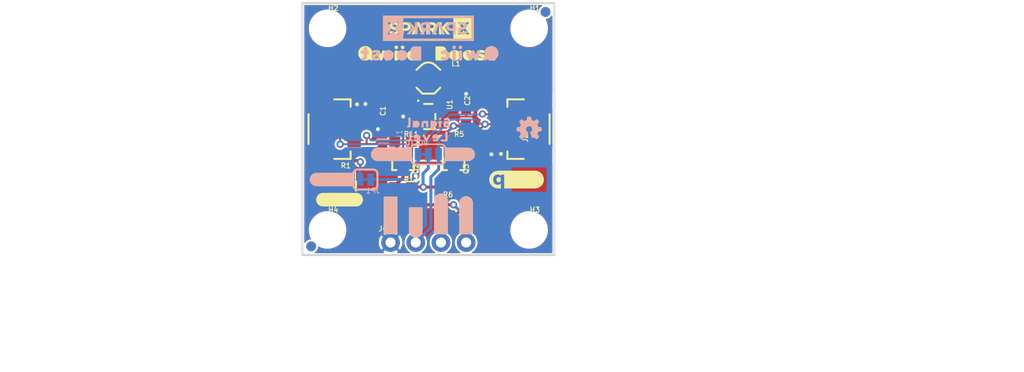
<source format=kicad_pcb>
(kicad_pcb (version 20211014) (generator pcbnew)
  (layers (0 "F.Cu" signal) (31 "B.Cu" signal) (34 "B.Paste" user) (35 "F.Paste" user) (36 "B.SilkS" user "B.Silkscreen") (37 "F.SilkS" user "F.Silkscreen") (38 "B.Mask" user) (39 "F.Mask" user) (44 "Edge.Cuts" user))
  (net 0 "")
  (net 1 "SDA")
  (net 2 "GND")
  (net 3 "SCL")
  (net 4 "3.3V")
  (net 5 "5V")
  (net 6 "N$1")
  (net 7 "N$3")
  (net 8 "N$2")
  (net 9 "VCC")
  (net 10 "HV_SCL")
  (net 11 "HV_SDA")
  (footprint "eagleBoard:0603" (layer "F.Cu") (at 145.9611 106.2736)
    (fp_text reference "R11" (at 0 -0.762) (layer "F.SilkS") (effects (font (size 0.512064 0.512064) (thickness 0.097536)) (justify left)))
    (fp_text value "2.2k")
    (pad "1" smd rect (at -0.85 0) (size 1.1 1) (layers "F.Cu" "F.Paste" "F.Mask") (net 3 "SCL"))
    (pad "2" smd rect (at 0.85 0) (size 1.1 1) (layers "F.Cu" "F.Paste" "F.Mask") (net 4 "3.3V"))
  )
  (footprint "eagleBoard:#SCL#2" (layer "F.Cu") (at 152.3111 115.9256 90)
    (fp_text reference "U$6" hide)
    (fp_text value "" hide)
  )
  (footprint "eagleBoard:#SDA#1" (layer "F.Cu") (at 149.7711 115.9256 90)
    (fp_text reference "U$7" hide)
    (fp_text value "" hide)
  )
  (footprint "eagleBoard:STAND-OFF" (layer "F.Cu") (at 158.6611 115.1636)
    (fp_text reference "H3" (at 0 -2.032) (layer "F.SilkS") (effects (font (size 0.512064 0.512064) (thickness 0.097536)) (justify left)))
    (fp_text value "STAND-OFF")
    (pad "" np_thru_hole circle (at 0 0) (size 3.302 3.302) (drill 3.302) (layers *.Cu *.Mask))
  )
  (footprint "eagleBoard:SPARKX-MEDIUM" (layer "F.Cu") (at 148.5011 94.8436)
    (fp_text reference "U$8" hide)
    (fp_text value "SPARKX-LOGO4" hide)
  )
  (footprint "eagleBoard:#GND#0" (layer "F.Cu") (at 144.6911 115.9256 90)
    (fp_text reference "U$4" hide)
    (fp_text value "" hide)
  )
  (footprint "eagleBoard:SOT23-5" (layer "F.Cu") (at 148.5011 103.7336 -90)
    (fp_text reference "U1" (at -1.778 -2.159 90) (layer "F.SilkS") (effects (font (size 0.512064 0.512064) (thickness 0.097536)) (justify right)))
    (fp_text value "XC9140")
    (pad "1" smd rect (at -0.95 1.3001 270) (size 0.55 1.2) (layers "F.Cu" "F.Paste" "F.Mask") (net 4 "3.3V"))
    (pad "2" smd rect (at 0 1.3001 270) (size 0.55 1.2) (layers "F.Cu" "F.Paste" "F.Mask") (net 2 "GND"))
    (pad "3" smd rect (at 0.95 1.3001 270) (size 0.55 1.2) (layers "F.Cu" "F.Paste" "F.Mask") (net 4 "3.3V"))
    (pad "4" smd rect (at 0.95 -1.3001 270) (size 0.55 1.2) (layers "F.Cu" "F.Paste" "F.Mask") (net 5 "5V"))
    (pad "5" smd rect (at -0.95 -1.3001 270) (size 0.55 1.2) (layers "F.Cu" "F.Paste" "F.Mask") (net 8 "N$2"))
  )
  (footprint "eagleBoard:0603" (layer "F.Cu") (at 152.3111 103.7336 -90)
    (fp_text reference "C2" (at -2.159 -0.127 90) (layer "F.SilkS") (effects (font (size 0.512064 0.512064) (thickness 0.097536)) (justify right)))
    (fp_text value "10uF")
    (pad "1" smd rect (at -0.85 0 270) (size 1.1 1) (layers "F.Cu" "F.Paste" "F.Mask") (net 2 "GND"))
    (pad "2" smd rect (at 0.85 0 270) (size 1.1 1) (layers "F.Cu" "F.Paste" "F.Mask") (net 5 "5V"))
  )
  (footprint "eagleBoard:CREATIVE_COMMONS" (layer "F.Cu") (at 125.6411 129.1336)
    (fp_text reference "FRAME1" hide)
    (fp_text value "FRAME-LETTER" hide)
  )
  (footprint "eagleBoard:STAND-OFF" (layer "F.Cu") (at 158.6611 94.8436)
    (fp_text reference "H1" (at 0 -2.032) (layer "F.SilkS") (effects (font (size 0.512064 0.512064) (thickness 0.097536)) (justify left)))
    (fp_text value "STAND-OFF")
    (pad "" np_thru_hole circle (at 0 0) (size 3.302 3.302) (drill 3.302) (layers *.Cu *.Mask))
  )
  (footprint "eagleBoard:QWIIC_5.5MM" (layer "F.Cu") (at 157.3911 110.0836)
    (fp_text reference "LOGO1" hide)
    (fp_text value "QWIIC_LOGO_CONNECTOR" hide)
  )
  (footprint "eagleBoard:BOOST1" (layer "F.Cu") (at 148.1201 97.3836)
    (fp_text reference "U$11" hide)
    (fp_text value "" hide)
  )
  (footprint "eagleBoard:QWIIC0" (layer "F.Cu") (at 140.3731 97.3836)
    (fp_text reference "U$12" hide)
    (fp_text value "" hide)
  )
  (footprint "eagleBoard:LED-0603" (layer "F.Cu") (at 139.6111 110.7186)
    (fp_text reference "D1" (at 0 -0.635) (layer "F.SilkS") (effects (font (size 0.512064 0.512064) (thickness 0.097536)) (justify left)))
    (fp_text value "RED")
    (pad "A" smd roundrect (at -0.877 0 270) (size 1 1) (layers "F.Cu" "F.Paste" "F.Mask") (roundrect_rratio 0.15) (net 6 "N$1"))
    (pad "C" smd roundrect (at 0.877 0 270) (size 1 1) (layers "F.Cu" "F.Paste" "F.Mask") (roundrect_rratio 0.15) (net 2 "GND"))
  )
  (footprint "eagleBoard:0603" (layer "F.Cu") (at 145.9611 110.8456)
    (fp_text reference "R13" (at 0 -0.762) (layer "F.SilkS") (effects (font (size 0.512064 0.512064) (thickness 0.097536)) (justify left)))
    (fp_text value "2.2k")
    (pad "1" smd rect (at -0.85 0) (size 1.1 1) (layers "F.Cu" "F.Paste" "F.Mask") (net 10 "HV_SCL"))
    (pad "2" smd rect (at 0.85 0) (size 1.1 1) (layers "F.Cu" "F.Paste" "F.Mask") (net 9 "VCC"))
  )
  (footprint "eagleBoard:0603" (layer "F.Cu") (at 139.6111 109.4486)
    (fp_text reference "R1" (at 0 -0.762) (layer "F.SilkS") (effects (font (size 0.512064 0.512064) (thickness 0.097536)) (justify left)))
    (fp_text value "1k")
    (pad "1" smd rect (at -0.85 0) (size 1.1 1) (layers "F.Cu" "F.Paste" "F.Mask") (net 6 "N$1"))
    (pad "2" smd rect (at 0.85 0) (size 1.1 1) (layers "F.Cu" "F.Paste" "F.Mask") (net 7 "N$3"))
  )
  (footprint "eagleBoard:0603" (layer "F.Cu") (at 151.0411 106.2736)
    (fp_text reference "R5" (at 0 -0.762) (layer "F.SilkS") (effects (font (size 0.512064 0.512064) (thickness 0.097536)) (justify left)))
    (fp_text value "2.2k")
    (pad "1" smd rect (at -0.85 0) (size 1.1 1) (layers "F.Cu" "F.Paste" "F.Mask") (net 1 "SDA"))
    (pad "2" smd rect (at 0.85 0) (size 1.1 1) (layers "F.Cu" "F.Paste" "F.Mask") (net 4 "3.3V"))
  )
  (footprint "eagleBoard:JST04_1MM_RA" (layer "F.Cu") (at 156.1211 105.0036 90)
    (fp_text reference "J2" (at -1.397 2.159 90) (layer "F.SilkS") (effects (font (size 0.512064 0.512064) (thickness 0.097536)) (justify left)))
    (fp_text value "QWIIC_RIGHT_ANGLE")
    (pad "1" smd rect (at -1.5 0 90) (size 0.6 1.35) (layers "F.Cu" "F.Paste" "F.Mask") (net 2 "GND"))
    (pad "2" smd rect (at -0.5 0 90) (size 0.6 1.35) (layers "F.Cu" "F.Paste" "F.Mask") (net 4 "3.3V"))
    (pad "3" smd rect (at 0.5 0 90) (size 0.6 1.35) (layers "F.Cu" "F.Paste" "F.Mask") (net 1 "SDA"))
    (pad "4" smd rect (at 1.5 0 90) (size 0.6 1.35) (layers "F.Cu" "F.Paste" "F.Mask") (net 3 "SCL"))
    (pad "NC1" smd rect (at 2.8 3.675 90) (size 1.2 2) (layers "F.Cu" "F.Paste" "F.Mask"))
    (pad "NC2" smd rect (at -2.8 3.675 90) (size 1.2 2) (layers "F.Cu" "F.Paste" "F.Mask"))
  )
  (footprint "eagleBoard:#PWR#4" (layer "F.Cu") (at 137.1981 112.1156)
    (fp_text reference "U$5" hide)
    (fp_text value "" hide)
  )
  (footprint "eagleBoard:SOT323" (layer "F.Cu") (at 145.9611 108.4326 180)
    (fp_text reference "Q2" (at -1.27 0 90) (layer "F.SilkS") (effects (font (size 0.512064 0.512064) (thickness 0.097536)) (justify right)))
    (fp_text value "310mA/60V/1.6Ω")
    (pad "1" smd rect (at -0.65 0.925 180) (size 0.7 0.7) (layers "F.Cu" "F.Paste" "F.Mask") (net 4 "3.3V"))
    (pad "2" smd rect (at 0.65 0.925 180) (size 0.7 0.7) (layers "F.Cu" "F.Paste" "F.Mask") (net 3 "SCL"))
    (pad "3" smd rect (at 0 -0.925 180) (size 0.7 0.7) (layers "F.Cu" "F.Paste" "F.Mask") (net 10 "HV_SCL"))
  )
  (footprint "eagleBoard:FIDUCIAL-1X2" (layer "F.Cu") (at 160.3121 93.1926)
    (fp_text reference "FD3" hide)
    (fp_text value "FIDUCIAL1X2" hide)
    (pad "1" smd roundrect (at 0 0) (size 1 1) (layers "F.Cu" "F.Mask") (roundrect_rratio 0.5))
  )
  (footprint "eagleBoard:FIDUCIAL-1X2" (layer "F.Cu") (at 136.6901 116.8146)
    (fp_text reference "FD1" hide)
    (fp_text value "FIDUCIAL1X2" hide)
    (pad "1" smd roundrect (at 0 0) (size 1 1) (layers "F.Cu" "F.Mask") (roundrect_rratio 0.5))
  )
  (footprint "eagleBoard:0603" (layer "F.Cu") (at 144.6911 103.7336 90)
    (fp_text reference "C1" (at 0 -0.762 90) (layer "F.SilkS") (effects (font (size 0.512064 0.512064) (thickness 0.097536)) (justify left)))
    (fp_text value "4.7uF")
    (pad "1" smd rect (at -0.85 0 90) (size 1.1 1) (layers "F.Cu" "F.Paste" "F.Mask") (net 2 "GND"))
    (pad "2" smd rect (at 0.85 0 90) (size 1.1 1) (layers "F.Cu" "F.Paste" "F.Mask") (net 4 "3.3V"))
  )
  (footprint "eagleBoard:1X04_NO_SILK" (layer "F.Cu") (at 144.6911 116.4336)
    (fp_text reference "J4" (at -1.27 -1.397) (layer "F.SilkS") (effects (font (size 0.512064 0.512064) (thickness 0.097536)) (justify left)))
    (fp_text value "")
    (pad "1" thru_hole circle (at 0 0 90) (size 1.8796 1.8796) (drill 1.016) (layers *.Cu *.Mask) (net 2 "GND"))
    (pad "2" thru_hole circle (at 2.54 0 90) (size 1.8796 1.8796) (drill 1.016) (layers *.Cu *.Mask) (net 5 "5V"))
    (pad "3" thru_hole circle (at 5.08 0 90) (size 1.8796 1.8796) (drill 1.016) (layers *.Cu *.Mask) (net 11 "HV_SDA"))
    (pad "4" thru_hole circle (at 7.62 0 90) (size 1.8796 1.8796) (drill 1.016) (layers *.Cu *.Mask) (net 10 "HV_SCL"))
  )
  (footprint "eagleBoard:JST04_1MM_RA" (layer "F.Cu") (at 141.0161 105.0036 -90)
    (fp_text reference "J1" (at 0.016 -4.566331 90) (layer "F.SilkS") (effects (font (size 0.570586 0.570586) (thickness 0.039014)) (justify right)))
    (fp_text value "QWIIC_RIGHT_ANGLE")
    (pad "1" smd rect (at -1.5 0 270) (size 0.6 1.35) (layers "F.Cu" "F.Paste" "F.Mask") (net 2 "GND"))
    (pad "2" smd rect (at -0.5 0 270) (size 0.6 1.35) (layers "F.Cu" "F.Paste" "F.Mask") (net 4 "3.3V"))
    (pad "3" smd rect (at 0.5 0 270) (size 0.6 1.35) (layers "F.Cu" "F.Paste" "F.Mask") (net 1 "SDA"))
    (pad "4" smd rect (at 1.5 0 270) (size 0.6 1.35) (layers "F.Cu" "F.Paste" "F.Mask") (net 3 "SCL"))
    (pad "NC1" smd rect (at 2.8 3.675 270) (size 1.2 2) (layers "F.Cu" "F.Paste" "F.Mask"))
    (pad "NC2" smd rect (at -2.8 3.675 270) (size 1.2 2) (layers "F.Cu" "F.Paste" "F.Mask"))
  )
  (footprint "eagleBoard:0603" (layer "F.Cu") (at 151.0411 110.8456 180)
    (fp_text reference "R6" (at 0 -0.762) (layer "F.SilkS") (effects (font (size 0.512064 0.512064) (thickness 0.097536)) (justify right)))
    (fp_text value "2.2k")
    (pad "1" smd rect (at -0.85 0 180) (size 1.1 1) (layers "F.Cu" "F.Paste" "F.Mask") (net 11 "HV_SDA"))
    (pad "2" smd rect (at 0.85 0 180) (size 1.1 1) (layers "F.Cu" "F.Paste" "F.Mask") (net 9 "VCC"))
  )
  (footprint "eagleBoard:INDUCTOR_4.7UH" (layer "F.Cu") (at 148.5011 99.9236 180)
    (fp_text reference "L1" (at -3.302 1.524) (layer "F.SilkS") (effects (font (size 0.512064 0.512064) (thickness 0.097536)) (justify right)))
    (fp_text value "4.7µH/±30%/1.2A")
    (pad "P$1" smd rect (at -1.5 0 270) (size 1.3 1.3) (layers "F.Cu" "F.Paste" "F.Mask") (net 8 "N$2"))
    (pad "P$2" smd rect (at 1.5 0 270) (size 1.3 1.3) (layers "F.Cu" "F.Paste" "F.Mask") (net 4 "3.3V"))
  )
  (footprint "eagleBoard:SOT323" (layer "F.Cu") (at 151.0411 108.4326 180)
    (fp_text reference "Q3" (at -1.27 0 90) (layer "F.SilkS") (effects (font (size 0.512064 0.512064) (thickness 0.097536)) (justify right)))
    (fp_text value "310mA/60V/1.6Ω")
    (pad "1" smd rect (at -0.65 0.925 180) (size 0.7 0.7) (layers "F.Cu" "F.Paste" "F.Mask") (net 4 "3.3V"))
    (pad "2" smd rect (at 0.65 0.925 180) (size 0.7 0.7) (layers "F.Cu" "F.Paste" "F.Mask") (net 1 "SDA"))
    (pad "3" smd rect (at 0 -0.925 180) (size 0.7 0.7) (layers "F.Cu" "F.Paste" "F.Mask") (net 11 "HV_SDA"))
  )
  (footprint "eagleBoard:STAND-OFF" (layer "F.Cu") (at 138.3411 115.1636)
    (fp_text reference "H4" (at 0 -2.032) (layer "F.SilkS") (effects (font (size 0.512064 0.512064) (thickness 0.097536)) (justify left)))
    (fp_text value "STAND-OFF")
    (pad "" np_thru_hole circle (at 0 0) (size 3.302 3.302) (drill 3.302) (layers *.Cu *.Mask))
  )
  (footprint "eagleBoard:#5V#3" (layer "F.Cu") (at 147.2311 115.9256 90)
    (fp_text reference "U$1" hide)
    (fp_text value "" hide)
  )
  (footprint "eagleBoard:STAND-OFF" (layer "F.Cu") (at 138.3411 94.8436)
    (fp_text reference "H2" (at 0 -2.032) (layer "F.SilkS") (effects (font (size 0.512064 0.512064) (thickness 0.097536)) (justify left)))
    (fp_text value "STAND-OFF")
    (pad "" np_thru_hole circle (at 0 0) (size 3.302 3.302) (drill 3.302) (layers *.Cu *.Mask))
  )
  (footprint "eagleBoard:#SCL#2" (layer "B.Cu") (at 152.3111 115.9256 90)
    (fp_text reference "U$10" hide)
    (fp_text value "" hide)
  )
  (footprint "eagleBoard:SMT-JUMPER_2_NC_TRACE_SILK" (layer "B.Cu") (at 142.1511 110.0836)
    (fp_text reference "JP1" (at 0 1.143) (layer "B.SilkS") (effects (font (size 0.512064 0.512064) (thickness 0.097536)) (justify right mirror)))
    (fp_text value "")
    (fp_poly (pts (xy 0.1905 -0.13335) (xy -0.70485 -0.13335) (xy -0.70485 0.13335) (xy 0.1905 0.13335)) (layer "B.Cu") (width 0) (fill solid))
    (pad "1" smd rect (at -0.5207 0) (size 0.6604 1.27) (layers "B.Cu" "B.Mask") (net 7 "N$3"))
    (pad "2" smd rect (at 0.5207 0) (size 0.6604 1.27) (layers "B.Cu" "B.Mask") (net 4 "3.3V"))
  )
  (footprint "eagleBoard:#SDA#1" (layer "B.Cu") (at 149.7711 115.9256 90)
    (fp_text reference "U$9" hide)
    (fp_text value "" hide)
  )
  (footprint "eagleBoard:LEVEL1" (layer "B.Cu") (at 151.1681 105.7656 180)
    (fp_text reference "U$16" hide)
    (fp_text value "" hide)
  )
  (footprint "eagleBoard:#GND#0" (layer "B.Cu") (at 144.6911 115.9256 90)
    (fp_text reference "U$3" hide)
    (fp_text value "" hide)
  )
  (footprint "eagleBoard:#3V3#2" (layer "B.Cu") (at 147.1041 107.5436 180)
    (fp_text reference "U$13" hide)
    (fp_text value "" hide)
  )
  (footprint "eagleBoard:FIDUCIAL-1X2" (layer "B.Cu") (at 136.6901 116.8146 180)
    (fp_text reference "FD2" hide)
    (fp_text value "FIDUCIAL1X2" hide)
    (pad "1" smd roundrect (at 0 0 180) (size 1 1) (layers "B.Cu" "B.Mask") (roundrect_rratio 0.5))
  )
  (footprint "eagleBoard:#PWR#0" (layer "B.Cu") (at 141.2621 110.0836 180)
    (fp_text reference "U$15" hide)
    (fp_text value "" hide)
  )
  (footprint "eagleBoard:QWIIC0" (layer "B.Cu") (at 156.6291 97.3836 180)
    (fp_text reference "U$18" hide)
    (fp_text value "" hide)
  )
  (footprint "eagleBoard:SPARKX-MEDIUM" (layer "B.Cu") (at 148.5011 94.8436 180)
    (fp_text reference "U$20" hide)
    (fp_text value "SPARKX-LOGO4" hide)
  )
  (footprint "eagleBoard:SIGNAL0" (layer "B.Cu") (at 151.4221 104.3686 180)
    (fp_text reference "U$17" hide)
    (fp_text value "" hide)
  )
  (footprint "eagleBoard:#5V#3" (layer "B.Cu") (at 147.2311 115.9256 90)
    (fp_text reference "U$2" hide)
    (fp_text value "" hide)
  )
  (footprint "eagleBoard:SMT-JUMPER_3_1-NC_TRACE_SILK" (layer "B.Cu") (at 148.5011 107.5436 180)
    (fp_text reference "VOLT0" (at 0 1.143) (layer "B.SilkS") (effects (font (size 0.512064 0.512064) (thickness 0.097536)) (justify left mirror)))
    (fp_text value "")
    (fp_poly (pts (xy 0.7112 -0.13335) (xy -0.19685 -0.13335) (xy -0.19685 0.13335) (xy 0.7112 0.13335)) (layer "B.Cu") (width 0) (fill solid))
    (pad "1" smd rect (at -1.0414 0 180) (size 0.6604 1.27) (layers "B.Cu" "B.Mask") (net 5 "5V"))
    (pad "2" smd rect (at 0 0 180) (size 0.6604 1.27) (layers "B.Cu" "B.Mask") (net 9 "VCC"))
    (pad "3" smd rect (at 1.0414 0 180) (size 0.6604 1.27) (layers "B.Cu" "B.Mask") (net 4 "3.3V"))
  )
  (footprint "eagleBoard:BOOST1" (layer "B.Cu") (at 148.8821 97.3836 180)
    (fp_text reference "U$19" hide)
    (fp_text value "" hide)
  )
  (footprint "eagleBoard:#5V#3" (layer "B.Cu") (at 153.2001 107.5436 180)
    (fp_text reference "U$14" hide)
    (fp_text value "" hide)
  )
  (footprint "eagleBoard:OSHW-LOGO-MINI" (layer "B.Cu") (at 158.6611 105.0036 180)
    (fp_text reference "LOGO2" hide)
    (fp_text value "OSHW-LOGOMINI" hide)
  )
  (footprint "eagleBoard:FIDUCIAL-1X2" (layer "B.Cu") (at 160.3121 93.1926 180)
    (fp_text reference "FD4" hide)
    (fp_text value "FIDUCIAL1X2" hide)
    (pad "1" smd roundrect (at 0 0 180) (size 1 1) (layers "B.Cu" "B.Mask") (roundrect_rratio 0.5))
  )
  (gr_line (start 161.2011 117.7036) (end 161.2011 92.3036) (layer "Edge.Cuts") (width 0.2032))
  (gr_line (start 135.8011 92.3036) (end 135.8011 117.7036) (layer "Edge.Cuts") (width 0.2032))
  (gr_line (start 135.8011 117.7036) (end 161.2011 117.7036) (layer "Edge.Cuts") (width 0.2032))
  (gr_line (start 161.2011 92.3036) (end 135.8011 92.3036) (layer "Edge.Cuts") (width 0.2032))
  (gr_text "x01" (at 158.6611 110.0836) (layer "B.Cu") (effects (font (size 1.0795 1.0795) (thickness 0.1905)) (justify mirror)))
  (segment (start 150.1911 105.8536) (end 150.1911 106.2736) (width 0.2032) (layer "F.Cu") (net 1))
  (segment (start 150.1911 107.0746) (end 150.1911 106.2736) (width 0.3048) (layer "F.Cu") (net 1))
  (segment (start 156.1211 104.5036) (end 154.2161 104.5036) (width 0.2032) (layer "F.Cu") (net 1))
  (segment (start 150.6093 105.4354) (end 150.1911 105.8536) (width 0.2032) (layer "F.Cu") (net 1))
  (segment (start 139.6111 105.7656) (end 139.6111 106.5276) (width 0.2032) (layer "F.Cu") (net 1))
  (segment (start 150.6093 105.4354) (end 153.2763 105.4354) (width 0.2032) (layer "F.Cu") (net 1))
  (segment (start 139.8731 105.5036) (end 139.6111 105.7656) (width 0.2032) (layer "F.Cu") (net 1))
  (segment (start 154.2081 104.5036) (end 154.2161 104.5036) (width 0.2032) (layer "F.Cu") (net 1))
  (segment (start 141.0161 105.5036) (end 139.8731 105.5036) (width 0.2032) (layer "F.Cu") (net 1))
  (segment (start 150.3911 107.5076) (end 150.3911 107.2746) (width 0.3048) (layer "F.Cu") (net 1))
  (segment (start 153.2763 105.4354) (end 154.2081 104.5036) (width 0.2032) (layer "F.Cu") (net 1))
  (segment (start 150.3911 107.2746) (end 150.1911 107.0746) (width 0.3048) (layer "F.Cu") (net 1))
  (via (at 139.6111 106.5276) (size 0.7366) (drill 0.381) (layers "F.Cu" "B.Cu") (net 1))
  (via (at 154.2161 104.5036) (size 0.7366) (drill 0.381) (layers "F.Cu" "B.Cu") (net 1))
  (segment (start 150.772812 104.0359) (end 153.341387 104.0359) (width 0.2032) (layer "B.Cu") (net 1))
  (segment (start 148.281112 106.5276) (end 150.772812 104.0359) (width 0.2032) (layer "B.Cu") (net 1))
  (segment (start 153.809087 104.5036) (end 154.2161 104.5036) (width 0.2032) (layer "B.Cu") (net 1))
  (segment (start 153.341387 104.0359) (end 153.809087 104.5036) (width 0.2032) (layer "B.Cu") (net 1))
  (segment (start 139.6111 106.5276) (end 148.281112 106.5276) (width 0.2032) (layer "B.Cu") (net 1))
  (via (at 154.8511 107.5436) (size 0.7366) (drill 0.381) (layers "F.Cu" "B.Cu") (net 2))
  (via (at 143.4211 105.0036) (size 0.7366) (drill 0.381) (layers "F.Cu" "B.Cu") (net 2))
  (via (at 142.1511 102.4636) (size 0.7366) (drill 0.381) (layers "F.Cu" "B.Cu") (net 2))
  (via (at 152.3111 101.4476) (size 0.7366) (drill 0.381) (layers "F.Cu" "B.Cu") (net 2))
  (via (at 145.9611 103.7336) (size 0.7366) (drill 0.381) (layers "F.Cu" "B.Cu") (net 2))
  (segment (start 141.0161 106.5036) (end 142.2781 106.5036) (width 0.2032) (layer "F.Cu") (net 3))
  (segment (start 143.1911 106.5036) (end 143.4211 106.2736) (width 0.2032) (layer "F.Cu") (net 3))
  (segment (start 142.2781 106.5036) (end 143.1911 106.5036) (width 0.2032) (layer "F.Cu") (net 3))
  (segment (start 145.3111 106.4736) (end 145.1111 106.2736) (width 0.3048) (layer "F.Cu") (net 3))
  (segment (start 142.2781 105.6386) (end 142.2781 106.5036) (width 0.2032) (layer "F.Cu") (net 3))
  (segment (start 156.1211 103.5036) (end 153.9861 103.5036) (width 0.2032) (layer "F.Cu") (net 3))
  (segment (start 145.3111 107.5076) (end 145.3111 106.4736) (width 0.3048) (layer "F.Cu") (net 3))
  (segment (start 153.9861 103.5036) (end 153.9621 103.4796) (width 0.2032) (layer "F.Cu") (net 3))
  (segment (start 143.4211 106.2736) (end 145.1111 106.2736) (width 0.2032) (layer "F.Cu") (net 3))
  (via (at 153.9621 103.4796) (size 0.7366) (drill 0.381) (layers "F.Cu" "B.Cu") (net 3))
  (via (at 142.2781 105.6386) (size 0.7366) (drill 0.381) (layers "F.Cu" "B.Cu") (net 3))
  (segment (start 148.123293 106.1466) (end 142.7861 106.1466) (width 0.2032) (layer "B.Cu") (net 3))
  (segment (start 142.7861 106.1466) (end 142.2781 105.6386) (width 0.2032) (layer "B.Cu") (net 3))
  (segment (start 153.9138 103.5279) (end 150.741993 103.5279) (width 0.2032) (layer "B.Cu") (net 3))
  (segment (start 150.741993 103.5279) (end 148.123293 106.1466) (width 0.2032) (layer "B.Cu") (net 3))
  (segment (start 153.9621 103.4796) (end 153.9138 103.5279) (width 0.2032) (layer "B.Cu") (net 3))
  (segment (start 147.201 102.7836) (end 144.6641 102.7836) (width 0.5588) (layer "F.Cu") (net 4))
  (segment (start 148.1861 104.6836) (end 147.201 104.6836) (width 0.3048) (layer "F.Cu") (net 4))
  (segment (start 146.8111 106.2736) (end 146.8111 107.0746) (width 0.3048) (layer "F.Cu") (net 4))
  (segment (start 151.6911 107.5076) (end 151.6911 108.0366) (width 0.3048) (layer "F.Cu") (net 4))
  (segment (start 147.201 105.2877) (end 147.201 104.6836) (width 0.3048) (layer "F.Cu") (net 4))
  (segment (start 146.5961 107.5226) (end 146.6111 107.5076) (width 0.3048) (layer "F.Cu") (net 4))
  (segment (start 147.2311 108.4326) (end 146.8501 108.4326) (width 0.3048) (layer "F.Cu") (net 4))
  (segment (start 152.0571 106.2736) (end 151.8911 106.2736) (width 0.3048) (layer "F.Cu") (net 4))
  (segment (start 156.1211 105.5036) (end 154.2241 105.5036) (width 0.3048) (layer "F.Cu") (net 4))
  (segment (start 148.3741 102.9716) (end 148.3741 104.4956) (width 0.3048) (layer "F.Cu") (net 4))
  (segment (start 146.8501 108.4326) (end 146.5961 108.1786) (width 0.3048) (layer "F.Cu") (net 4))
  (segment (start 142.2701 104.5036) (end 143.8901 102.8836) (width 0.5588) (layer "F.Cu") (net 4))
  (segment (start 151.6911 106.6396) (end 152.0571 106.2736) (width 0.3048) (layer "F.Cu") (net 4))
  (segment (start 146.8111 105.6776) (end 147.201 105.2877) (width 0.3048) (layer "F.Cu") (net 4))
  (segment (start 151.2951 108.4326) (end 147.2311 108.4326) (width 0.3048) (layer "F.Cu") (net 4))
  (segment (start 151.6911 108.0366) (end 151.2951 108.4326) (width 0.3048) (layer "F.Cu") (net 4))
  (segment (start 141.0161 104.5036) (end 142.2701 104.5036) (width 0.5588) (layer "F.Cu") (net 4))
  (segment (start 146.8111 107.0746) (end 146.5961 107.2896) (width 0.3048) (layer "F.Cu") (net 4))
  (segment (start 146.5961 108.1786) (end 146.5961 107.5226) (width 0.3048) (layer "F.Cu") (net 4))
  (segment (start 154.2241 105.5036) (end 153.4541 106.2736) (width 0.3048) (layer "F.Cu") (net 4))
  (segment (start 146.8111 106.2736) (end 146.8111 105.6776) (width 0.3048) (layer "F.Cu") (net 4))
  (segment (start 143.8901 102.8836) (end 144.5641 102.8836) (width 0.5588) (layer "F.Cu") (net 4))
  (segment (start 144.5641 102.8836) (end 144.6911 102.8836) (width 0.3048) (layer "F.Cu") (net 4))
  (segment (start 147.0011 102.5837) (end 147.0011 99.9236) (width 0.762) (layer "F.Cu") (net 4))
  (segment (start 146.5961 107.4926) (end 146.6111 107.5076) (width 0.3048) (layer "F.Cu") (net 4))
  (segment (start 146.5961 107.2896) (end 146.5961 107.4926) (width 0.3048) (layer "F.Cu") (net 4))
  (segment (start 147.201 102.7836) (end 147.0011 102.5837) (width 0.3048) (layer "F.Cu") (net 4))
  (segment (start 153.4541 106.2736) (end 152.0571 106.2736) (width 0.3048) (layer "F.Cu") (net 4))
  (segment (start 151.6911 107.5076) (end 151.6911 106.6396) (width 0.3048) (layer "F.Cu") (net 4))
  (segment (start 147.2311 109.7026) (end 147.2311 108.4326) (width 0.3048) (layer "F.Cu") (net 4))
  (segment (start 144.6641 102.7836) (end 144.5641 102.8836) (width 0.3048) (layer "F.Cu") (net 4))
  (segment (start 148.1861 102.7836) (end 148.3741 102.9716) (width 0.3048) (layer "F.Cu") (net 4))
  (segment (start 148.3741 104.4956) (end 148.1861 104.6836) (width 0.3048) (layer "F.Cu") (net 4))
  (segment (start 147.201 102.7836) (end 148.1861 102.7836) (width 0.3048) (layer "F.Cu") (net 4))
  (via (at 147.2311 109.7026) (size 0.7366) (drill 0.381) (layers "F.Cu" "B.Cu") (net 4))
  (segment (start 147.4597 109.474) (end 147.2311 109.7026) (width 0.3048) (layer "B.Cu") (net 4))
  (segment (start 147.2311 109.7026) (end 147.2311 109.7153) (width 0.3048) (layer "B.Cu") (net 4))
  (segment (start 147.4597 107.5436) (end 147.4597 109.474) (width 0.3048) (layer "B.Cu") (net 4))
  (segment (start 147.2311 109.7153) (end 146.8628 110.0836) (width 0.3048) (layer "B.Cu") (net 4))
  (segment (start 142.6718 110.0836) (end 146.8628 110.0836) (width 0.3048) (layer "B.Cu") (net 4))
  (segment (start 149.8012 104.6836) (end 151.0411 104.6836) (width 0.3048) (layer "F.Cu") (net 5))
  (segment (start 151.0411 104.6836) (end 152.2111 104.6836) (width 0.3048) (layer "F.Cu") (net 5))
  (segment (start 152.2111 104.6836) (end 152.3111 104.5836) (width 0.3048) (layer "F.Cu") (net 5))
  (via (at 151.0411 104.6836) (size 0.7366) (drill 0.381) (layers "F.Cu" "B.Cu") (net 5))
  (segment (start 149.5425 107.5436) (end 149.5425 106.1822) (width 0.3048) (layer "B.Cu") (net 5))
  (segment (start 149.5425 109.0422) (end 148.7551 109.8296) (width 0.3048) (layer "B.Cu") (net 5))
  (segment (start 147.2311 116.4336) (end 148.7551 114.9096) (width 0.3048) (layer "B.Cu") (net 5))
  (segment (start 148.7551 114.9096) (end 148.7551 109.8296) (width 0.3048) (layer "B.Cu") (net 5))
  (segment (start 149.5425 106.1822) (end 151.0411 104.6836) (width 0.3048) (layer "B.Cu") (net 5))
  (segment (start 149.5425 107.5436) (end 149.5425 109.0422) (width 0.3048) (layer "B.Cu") (net 5))
  (segment (start 138.7611 109.4486) (end 138.7611 110.6916) (width 0.3048) (layer "F.Cu") (net 6))
  (segment (start 138.7611 110.6916) (end 138.7341 110.7186) (width 0.3048) (layer "F.Cu") (net 6))
  (segment (start 140.4611 109.4486) (end 140.4611 108.5986) (width 0.3048) (layer "F.Cu") (net 7))
  (segment (start 140.4611 108.5986) (end 140.8811 108.1786) (width 0.3048) (layer "F.Cu") (net 7))
  (segment (start 141.5161 108.1786) (end 141.6431 108.3056) (width 0.3048) (layer "F.Cu") (net 7))
  (segment (start 140.8811 108.1786) (end 141.5161 108.1786) (width 0.3048) (layer "F.Cu") (net 7))
  (via (at 141.6431 108.3056) (size 0.7366) (drill 0.381) (layers "F.Cu" "B.Cu") (net 7))
  (segment (start 141.6431 110.0709) (end 141.6304 110.0836) (width 0.3048) (layer "B.Cu") (net 7))
  (segment (start 141.6431 108.3056) (end 141.6431 110.0709) (width 0.3048) (layer "B.Cu") (net 7))
  (segment (start 150.0011 102.5837) (end 149.8012 102.7836) (width 0.3048) (layer "F.Cu") (net 8))
  (segment (start 150.0011 99.9236) (end 150.0011 102.5837) (width 0.762) (layer "F.Cu") (net 8))
  (segment (start 150.1911 110.8456) (end 147.9931 110.8456) (width 0.3048) (layer "F.Cu") (net 9))
  (segment (start 147.9931 110.8456) (end 146.8111 110.8456) (width 0.3048) (layer "F.Cu") (net 9))
  (via (at 147.9931 110.8456) (size 0.7366) (drill 0.381) (layers "F.Cu" "B.Cu") (net 9))
  (segment (start 148.5011 108.948257) (end 147.9677 109.481657) (width 0.3048) (layer "B.Cu") (net 9))
  (segment (start 147.9677 110.8202) (end 147.9931 110.8456) (width 0.3048) (layer "B.Cu") (net 9))
  (segment (start 148.5011 107.5436) (end 148.5011 108.948257) (width 0.3048) (layer "B.Cu") (net 9))
  (segment (start 147.9677 109.481657) (end 147.9677 110.8202) (width 0.3048) (layer "B.Cu") (net 9))
  (segment (start 145.1111 110.8456) (end 145.1111 112.4086) (width 0.3048) (layer "F.Cu") (net 10))
  (segment (start 145.9611 109.3576) (end 145.9611 109.8656) (width 0.3048) (layer "F.Cu") (net 10))
  (segment (start 145.9611 109.8656) (end 145.1111 110.7156) (width 0.3048) (layer "F.Cu") (net 10))
  (segment (start 145.1111 110.7156) (end 145.1111 110.8456) (width 0.3048) (layer "F.Cu") (net 10))
  (segment (start 145.1111 112.4086) (end 145.3261 112.6236) (width 0.3048) (layer "F.Cu") (net 10))
  (segment (start 145.3261 112.6236) (end 151.0411 112.6236) (width 0.3048) (layer "F.Cu") (net 10))
  (via (at 151.0411 112.6236) (size 0.7366) (drill 0.381) (layers "F.Cu" "B.Cu") (net 10))
  (segment (start 152.3111 113.8936) (end 152.3111 116.4336) (width 0.3048) (layer "B.Cu") (net 10))
  (segment (start 151.0411 112.6236) (end 152.3111 113.8936) (width 0.3048) (layer "B.Cu") (net 10))
  (segment (start 151.8911 113.0436) (end 149.7711 115.1636) (width 0.3048) (layer "F.Cu") (net 11))
  (segment (start 151.8911 110.7156) (end 151.0411 109.8656) (width 0.3048) (layer "F.Cu") (net 11))
  (segment (start 151.0411 109.3576) (end 151.0411 109.8656) (width 0.3048) (layer "F.Cu") (net 11))
  (segment (start 151.8911 110.8456) (end 151.8911 113.0436) (width 0.3048) (layer "F.Cu") (net 11))
  (segment (start 151.8911 110.7156) (end 151.8911 110.8456) (width 0.3048) (layer "F.Cu") (net 11))
  (segment (start 149.7711 115.1636) (end 149.7711 116.4336) (width 0.3048) (layer "F.Cu") (net 11))
  (zone (net 2) (net_name "GND") (layer "F.Cu") (priority 6) (connect_pads (clearance 0.2032)) (min_thickness 0.1016) (fill yes (thermal_gap 0.2532) (thermal_bridge_width 0.2532))
    (polygon (pts (xy 161.3027 117.8052) (xy 135.6995 117.8052) (xy 135.6995 92.202) (xy 161.3027 92.202)))
  )
  (zone (net 2) (net_name "GND") (layer "B.Cu") (priority 6) (connect_pads (clearance 0.2032)) (min_thickness 0.1016) (fill yes (thermal_gap 0.2532) (thermal_bridge_width 0.2532))
    (polygon (pts (xy 161.3027 117.8052) (xy 135.6995 117.8052) (xy 135.6995 92.202) (xy 161.3027 92.202)))
  )
)
</source>
